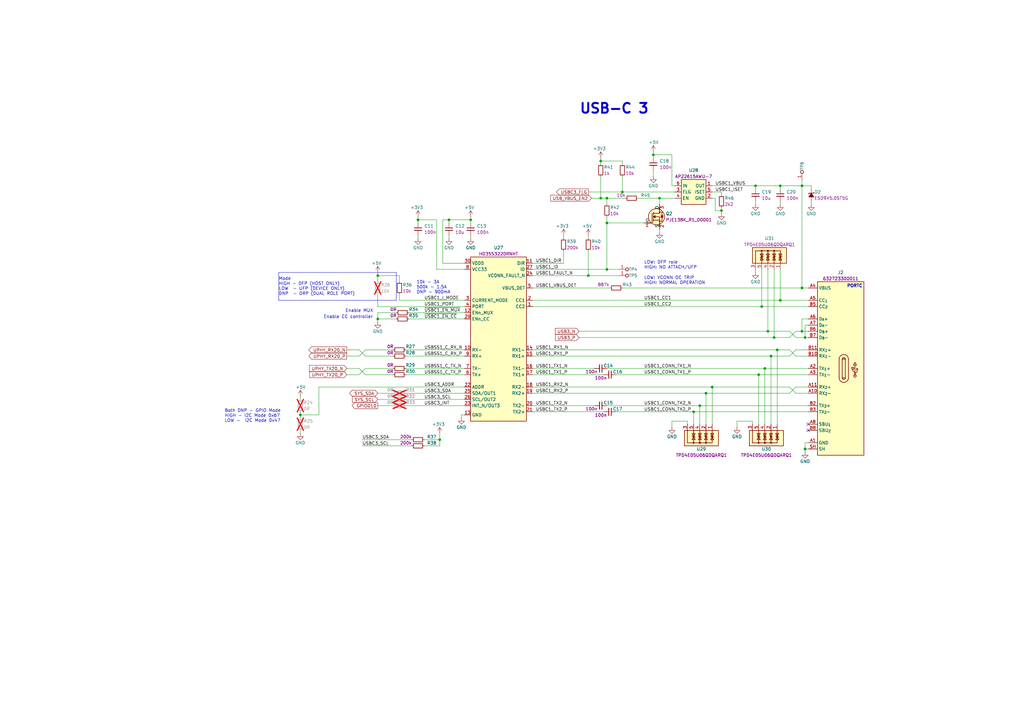
<source format=kicad_sch>
(kicad_sch (version 20250114) (generator "eeschema") (generator_version "9.0")
  (paper "A3")
  (title_block (title "Jetson Orin Baseboard") (date "2025-03-12") (rev "1.3.4") (company "Antmicro Ltd") (comment 1 "www.antmicro.com"))
  (text "Mode\nHIGH - DFP (HOST ONLY)\nLOW  - UFP (DEVICE ONLY)\nDNP  - DRP (DUAL ROLE PORT)\n" (at 114.3 121.285 0) (effects (font (size 1.27 1.27)) (justify left bottom)))
  (text "LOW: VCONN OC TRIP \nHIGH: NORMAL OPERATION" (at 264.16 116.84 0) (effects (font (size 1.27 1.27)) (justify left bottom)))
  (text "PORTC" (at 347.345 118.11 0) (effects (font (size 1.27 1.27) (thickness 0.254) (bold yes)) (justify left bottom)))
  (text "10k - 3A\n500k - 1.5A\nDNP - 900mA" (at 170.815 120.65 0) (effects (font (size 1.27 1.27)) (justify left bottom)))
  (text "Enable MUX" (at 141.605 128.27 0) (effects (font (size 1.27 1.27)) (justify left bottom)))
  (text "Both DNP - GPIO Mode\nHIGH - I2C Mode 0x67\nLOW -  I2C Mode 0x47" (at 92.075 173.355 0) (effects (font (size 1.27 1.27)) (justify left bottom)))
  (text "LOW: DFP role \nHIGH: NO ATTACH/UFP" (at 264.16 110.49 0) (effects (font (size 1.27 1.27)) (justify left bottom)))
  (text "USB-C 3" (at 237.49 46.99 0) (effects (font (size 4 4) (thickness 0.8) (bold yes)) (justify left bottom)))
  (text "Enable CC controller" (at 132.715 130.81 0) (effects (font (size 1.27 1.27)) (justify left bottom)))
  (junction (at 289.56 161.29))
  (junction (at 328.93 118.11))
  (junction (at 184.15 90.17))
  (junction (at 330.2 138.43))
  (junction (at 328.93 135.89))
  (junction (at 318.77 143.51))
  (junction (at 311.15 153.67))
  (junction (at 295.91 86.36))
  (junction (at 171.45 90.17))
  (junction (at 287.02 166.37))
  (junction (at 246.38 81.28))
  (junction (at 316.23 146.05))
  (junction (at 248.92 81.28))
  (junction (at 328.93 76.2))
  (junction (at 154.94 130.81))
  (junction (at 154.94 113.03))
  (junction (at 317.5 138.43))
  (junction (at 320.04 123.19))
  (junction (at 123.19 170.18))
  (junction (at 309.88 76.2))
  (junction (at 241.3 113.03))
  (junction (at 267.97 63.5))
  (junction (at 255.27 78.74))
  (junction (at 246.38 66.04))
  (junction (at 312.42 125.73))
  (junction (at 313.69 151.13))
  (junction (at 314.96 135.89))
  (junction (at 193.04 90.17))
  (junction (at 248.92 110.49))
  (junction (at 330.2 184.15))
  (junction (at 284.48 168.91))
  (junction (at 180.34 180.34))
  (junction (at 248.92 91.44))
  (junction (at 320.04 76.2))
  (junction (at 292.1 158.75))
  (junction (at 270.51 81.28))
  (no_connect (at 331.47 176.53))
  (no_connect (at 331.47 173.99))
  (wire (pts (xy 154.94 130.81) (xy 162.56 130.81)))
  (wire (pts (xy 281.94 172.72) (xy 281.94 173.99)))
  (wire (pts (xy 255.27 78.74) (xy 276.86 78.74)))
  (wire (pts (xy 171.45 90.17) (xy 171.45 91.44)))
  (wire (pts (xy 328.93 135.89) (xy 331.47 135.89)))
  (wire (pts (xy 267.97 69.85) (xy 267.97 72.39)))
  (wire (pts (xy 328.93 76.2) (xy 328.93 118.11)))
  (wire (pts (xy 292.1 158.75) (xy 292.1 173.99)))
  (wire (pts (xy 218.44 166.37) (xy 243.84 166.37)))
  (wire (pts (xy 275.59 175.26) (xy 275.59 172.72)))
  (wire (pts (xy 326.39 158.75) (xy 331.47 158.75)))
  (wire (pts (xy 237.49 135.89) (xy 314.96 135.89)))
  (wire (pts (xy 166.37 161.29) (xy 190.5 161.29)))
  (wire (pts (xy 330.2 133.35) (xy 330.2 138.43)))
  (wire (pts (xy 326.39 143.51) (xy 331.47 143.51)))
  (wire (pts (xy 323.85 135.89) (xy 326.39 138.43)))
  (wire (pts (xy 309.88 82.55) (xy 309.88 83.82)))
  (wire (pts (xy 181.61 107.95) (xy 181.61 90.17)))
  (wire (pts (xy 330.2 138.43) (xy 331.47 138.43)))
  (wire (pts (xy 320.04 82.55) (xy 320.04 83.82)))
  (wire (pts (xy 326.39 146.05) (xy 331.47 146.05)))
  (wire (pts (xy 275.59 76.2) (xy 276.86 76.2)))
  (wire (pts (xy 246.38 72.39) (xy 246.38 81.28)))
  (wire (pts (xy 218.44 107.95) (xy 231.14 107.95)))
  (wire (pts (xy 248.92 91.44) (xy 248.92 110.49)))
  (wire (pts (xy 241.3 113.03) (xy 254 113.03)))
  (wire (pts (xy 142.24 153.67) (xy 147.32 153.67)))
  (wire (pts (xy 190.5 123.19) (xy 163.83 123.19)))
  (wire (pts (xy 323.85 138.43) (xy 326.39 135.89)))
  (wire (pts (xy 318.77 143.51) (xy 323.85 143.51)))
  (wire (pts (xy 154.94 166.37) (xy 161.29 166.37)))
  (wire (pts (xy 248.92 110.49) (xy 254 110.49)))
  (wire (pts (xy 218.44 153.67) (xy 247.65 153.67)))
  (wire (pts (xy 292.1 81.28) (xy 293.37 81.28)))
  (wire (pts (xy 316.23 146.05) (xy 323.85 146.05)))
  (wire (pts (xy 270.51 81.28) (xy 276.86 81.28)))
  (wire (pts (xy 326.39 138.43) (xy 330.2 138.43)))
  (wire (pts (xy 218.44 123.19) (xy 320.04 123.19)))
  (wire (pts (xy 284.48 168.91) (xy 284.48 173.99)))
  (wire (pts (xy 252.73 168.91) (xy 284.48 168.91)))
  (wire (pts (xy 267.97 63.5) (xy 275.59 63.5)))
  (wire (pts (xy 154.94 161.29) (xy 161.29 161.29)))
  (wire (pts (xy 248.92 166.37) (xy 287.02 166.37)))
  (wire (pts (xy 314.96 110.49) (xy 314.96 135.89)))
  (wire (pts (xy 166.37 151.13) (xy 190.5 151.13)))
  (wire (pts (xy 184.15 96.52) (xy 184.15 97.79)))
  (wire (pts (xy 190.5 107.95) (xy 181.61 107.95)))
  (wire (pts (xy 218.44 158.75) (xy 292.1 158.75)))
  (wire (pts (xy 218.44 110.49) (xy 248.92 110.49)))
  (wire (pts (xy 328.93 130.81) (xy 328.93 135.89)))
  (wire (pts (xy 180.34 177.8) (xy 180.34 180.34)))
  (wire (pts (xy 180.34 182.88) (xy 180.34 180.34)))
  (wire (pts (xy 326.39 135.89) (xy 328.93 135.89)))
  (wire (pts (xy 147.32 151.13) (xy 149.86 153.67)))
  (wire (pts (xy 154.94 120.65) (xy 154.94 125.73)))
  (wire (pts (xy 312.42 125.73) (xy 331.47 125.73)))
  (wire (pts (xy 331.47 133.35) (xy 330.2 133.35)))
  (wire (pts (xy 246.38 81.28) (xy 248.92 81.28)))
  (wire (pts (xy 167.64 128.27) (xy 190.5 128.27)))
  (wire (pts (xy 248.92 88.9) (xy 248.92 91.44)))
  (wire (pts (xy 330.2 185.42) (xy 330.2 184.15)))
  (wire (pts (xy 328.93 73.66) (xy 328.93 76.2)))
  (wire (pts (xy 323.85 146.05) (xy 326.39 143.51)))
  (wire (pts (xy 320.04 123.19) (xy 331.47 123.19)))
  (wire (pts (xy 317.5 110.49) (xy 317.5 138.43)))
  (wire (pts (xy 246.38 66.04) (xy 246.38 67.31)))
  (wire (pts (xy 154.94 130.81) (xy 154.94 132.08)))
  (wire (pts (xy 147.32 143.51) (xy 149.86 146.05)))
  (wire (pts (xy 295.91 86.36) (xy 293.37 86.36)))
  (wire (pts (xy 142.24 146.05) (xy 147.32 146.05)))
  (wire (pts (xy 193.04 96.52) (xy 193.04 97.79)))
  (wire (pts (xy 166.37 143.51) (xy 190.5 143.51)))
  (wire (pts (xy 312.42 110.49) (xy 312.42 125.73)))
  (wire (pts (xy 318.77 143.51) (xy 318.77 173.99)))
  (wire (pts (xy 255.27 72.39) (xy 255.27 78.74)))
  (wire (pts (xy 287.02 166.37) (xy 287.02 173.99)))
  (wire (pts (xy 123.19 176.53) (xy 123.19 177.8)))
  (wire (pts (xy 330.2 184.15) (xy 330.2 181.61)))
  (wire (pts (xy 320.04 110.49) (xy 320.04 123.19)))
  (wire (pts (xy 292.1 76.2) (xy 309.88 76.2)))
  (wire (pts (xy 313.69 151.13) (xy 313.69 173.99)))
  (wire (pts (xy 179.07 90.17) (xy 171.45 90.17)))
  (wire (pts (xy 328.93 76.2) (xy 332.74 76.2)))
  (wire (pts (xy 270.51 81.28) (xy 270.51 83.82)))
  (wire (pts (xy 218.44 151.13) (xy 243.84 151.13)))
  (wire (pts (xy 147.32 143.51) (xy 142.24 143.51)))
  (wire (pts (xy 218.44 118.11) (xy 250.19 118.11)))
  (wire (pts (xy 193.04 88.9) (xy 193.04 90.17)))
  (wire (pts (xy 248.92 81.28) (xy 256.54 81.28)))
  (wire (pts (xy 246.38 66.04) (xy 255.27 66.04)))
  (wire (pts (xy 309.88 76.2) (xy 320.04 76.2)))
  (wire (pts (xy 255.27 66.04) (xy 255.27 67.31)))
  (wire (pts (xy 149.86 143.51) (xy 161.29 143.51)))
  (wire (pts (xy 154.94 111.76) (xy 154.94 113.03)))
  (wire (pts (xy 309.88 110.49) (xy 309.88 111.76)))
  (wire (pts (xy 314.96 135.89) (xy 323.85 135.89)))
  (wire (pts (xy 181.61 90.17) (xy 184.15 90.17)))
  (wire (pts (xy 147.32 151.13) (xy 142.24 151.13)))
  (wire (pts (xy 316.23 146.05) (xy 316.23 173.99)))
  (wire (pts (xy 190.5 125.73) (xy 154.94 125.73)))
  (wire (pts (xy 323.85 158.75) (xy 326.39 161.29)))
  (wire (pts (xy 123.19 170.18) (xy 123.19 171.45)))
  (polyline (pts (xy 114.3 123.19) (xy 162.56 123.19)))
  (wire (pts (xy 242.57 81.28) (xy 246.38 81.28)))
  (wire (pts (xy 317.5 138.43) (xy 323.85 138.43)))
  (wire (pts (xy 289.56 161.29) (xy 289.56 173.99)))
  (wire (pts (xy 149.86 151.13) (xy 147.32 153.67)))
  (wire (pts (xy 231.14 96.52) (xy 231.14 97.79)))
  (wire (pts (xy 313.69 151.13) (xy 331.47 151.13)))
  (wire (pts (xy 189.23 171.45) (xy 189.23 170.18)))
  (wire (pts (xy 241.3 96.52) (xy 241.3 97.79)))
  (wire (pts (xy 248.92 81.28) (xy 248.92 83.82)))
  (wire (pts (xy 154.94 113.03) (xy 154.94 115.57)))
  (wire (pts (xy 302.26 172.72) (xy 308.61 172.72)))
  (wire (pts (xy 248.92 91.44) (xy 264.16 91.44)))
  (wire (pts (xy 166.37 153.67) (xy 190.5 153.67)))
  (wire (pts (xy 218.44 125.73) (xy 312.42 125.73)))
  (wire (pts (xy 311.15 153.67) (xy 311.15 173.99)))
  (wire (pts (xy 284.48 168.91) (xy 331.47 168.91)))
  (wire (pts (xy 308.61 172.72) (xy 308.61 173.99)))
  (wire (pts (xy 154.94 163.83) (xy 161.29 163.83)))
  (wire (pts (xy 184.15 90.17) (xy 193.04 90.17)))
  (wire (pts (xy 123.19 170.18) (xy 130.81 170.18)))
  (wire (pts (xy 287.02 166.37) (xy 331.47 166.37)))
  (wire (pts (xy 261.62 81.28) (xy 270.51 81.28)))
  (wire (pts (xy 323.85 143.51) (xy 326.39 146.05)))
  (wire (pts (xy 167.64 130.81) (xy 190.5 130.81)))
  (wire (pts (xy 332.74 82.55) (xy 332.74 83.82)))
  (wire (pts (xy 326.39 161.29) (xy 331.47 161.29)))
  (wire (pts (xy 332.74 77.47) (xy 332.74 76.2)))
  (wire (pts (xy 173.99 180.34) (xy 180.34 180.34)))
  (wire (pts (xy 179.07 110.49) (xy 179.07 90.17)))
  (wire (pts (xy 241.3 102.87) (xy 241.3 113.03)))
  (wire (pts (xy 166.37 163.83) (xy 190.5 163.83)))
  (wire (pts (xy 149.86 146.05) (xy 161.29 146.05)))
  (wire (pts (xy 248.92 151.13) (xy 313.69 151.13)))
  (wire (pts (xy 166.37 166.37) (xy 190.5 166.37)))
  (wire (pts (xy 154.94 113.03) (xy 163.83 113.03)))
  (wire (pts (xy 231.14 102.87) (xy 231.14 107.95)))
  (wire (pts (xy 190.5 110.49) (xy 179.07 110.49)))
  (wire (pts (xy 252.73 153.67) (xy 311.15 153.67)))
  (wire (pts (xy 218.44 161.29) (xy 289.56 161.29)))
  (wire (pts (xy 171.45 88.9) (xy 171.45 90.17)))
  (wire (pts (xy 267.97 63.5) (xy 267.97 64.77)))
  (wire (pts (xy 154.94 128.27) (xy 154.94 130.81)))
  (wire (pts (xy 295.91 86.36) (xy 295.91 87.63)))
  (wire (pts (xy 320.04 76.2) (xy 328.93 76.2)))
  (wire (pts (xy 267.97 62.23) (xy 267.97 63.5)))
  (wire (pts (xy 293.37 81.28) (xy 293.37 86.36)))
  (wire (pts (xy 166.37 146.05) (xy 190.5 146.05)))
  (wire (pts (xy 330.2 181.61) (xy 331.47 181.61)))
  (polyline (pts (xy 162.56 123.19) (xy 162.56 111.76)))
  (wire (pts (xy 275.59 76.2) (xy 275.59 63.5)))
  (wire (pts (xy 309.88 76.2) (xy 309.88 77.47)))
  (wire (pts (xy 292.1 158.75) (xy 323.85 158.75)))
  (wire (pts (xy 330.2 184.15) (xy 331.47 184.15)))
  (wire (pts (xy 163.83 120.65) (xy 163.83 123.19)))
  (wire (pts (xy 130.81 158.75) (xy 130.81 170.18)))
  (wire (pts (xy 218.44 168.91) (xy 247.65 168.91)))
  (wire (pts (xy 320.04 76.2) (xy 320.04 77.47)))
  (wire (pts (xy 163.83 113.03) (xy 163.83 115.57)))
  (wire (pts (xy 193.04 90.17) (xy 193.04 91.44)))
  (wire (pts (xy 241.3 78.74) (xy 255.27 78.74)))
  (wire (pts (xy 302.26 175.26) (xy 302.26 172.72)))
  (wire (pts (xy 255.27 118.11) (xy 328.93 118.11)))
  (wire (pts (xy 218.44 146.05) (xy 316.23 146.05)))
  (wire (pts (xy 149.86 151.13) (xy 161.29 151.13)))
  (polyline (pts (xy 114.3 111.76) (xy 114.3 123.19)))
  (wire (pts (xy 218.44 143.51) (xy 318.77 143.51)))
  (wire (pts (xy 331.47 130.81) (xy 328.93 130.81)))
  (polyline (pts (xy 114.3 111.76) (xy 162.56 111.76)))
  (wire (pts (xy 148.59 182.88) (xy 168.91 182.88)))
  (wire (pts (xy 218.44 113.03) (xy 241.3 113.03)))
  (wire (pts (xy 148.59 180.34) (xy 168.91 180.34)))
  (wire (pts (xy 173.99 182.88) (xy 180.34 182.88)))
  (wire (pts (xy 295.91 85.09) (xy 295.91 86.36)))
  (wire (pts (xy 311.15 153.67) (xy 331.47 153.67)))
  (wire (pts (xy 323.85 161.29) (xy 326.39 158.75)))
  (wire (pts (xy 149.86 143.51) (xy 147.32 146.05)))
  (wire (pts (xy 149.86 153.67) (xy 161.29 153.67)))
  (wire (pts (xy 246.38 64.77) (xy 246.38 66.04)))
  (wire (pts (xy 123.19 162.56) (xy 123.19 163.83)))
  (wire (pts (xy 189.23 170.18) (xy 190.5 170.18)))
  (wire (pts (xy 154.94 128.27) (xy 162.56 128.27)))
  (wire (pts (xy 123.19 168.91) (xy 123.19 170.18)))
  (wire (pts (xy 275.59 172.72) (xy 281.94 172.72)))
  (wire (pts (xy 295.91 78.74) (xy 295.91 80.01)))
  (wire (pts (xy 184.15 90.17) (xy 184.15 91.44)))
  (wire (pts (xy 292.1 78.74) (xy 295.91 78.74)))
  (wire (pts (xy 289.56 161.29) (xy 323.85 161.29)))
  (wire (pts (xy 270.51 93.98) (xy 270.51 95.25)))
  (wire (pts (xy 328.93 118.11) (xy 331.47 118.11)))
  (wire (pts (xy 237.49 138.43) (xy 317.5 138.43)))
  (wire (pts (xy 130.81 158.75) (xy 190.5 158.75)))
  (wire (pts (xy 171.45 96.52) (xy 171.45 97.79)))
  (label "USBC1_TX1_P" (at 219.71 153.67 0))
  (label "USBC1_FAULT_N" (at 219.71 113.03 0))
  (label "USBC1_TX2_P" (at 219.71 168.91 0))
  (label "USBSS1_C_TX_N" (at 173.99 151.13 0))
  (label "USBC1_PORT" (at 173.99 125.73 0))
  (label "USBC1_I_MODE" (at 173.99 123.19 0))
  (label "USBC3_SDA" (at 148.59 180.34 0))
  (label "USBC1_VBUS" (at 293.37 76.2 0))
  (label "USBC1_CONN_TX1_P" (at 264.16 153.67 0))
  (label "USBC3_SDA" (at 173.99 161.29 0))
  (label "USBC1_RX1_P" (at 219.71 146.05 0))
  (label "USBC1_CONN_TX1_N" (at 264.16 151.13 0))
  (label "USBC1_RX2_N" (at 219.71 158.75 0))
  (label "USBC1_CONN_TX2_P" (at 264.16 168.91 0))
  (label "USBC1_ID" (at 219.71 110.49 0))
  (label "USBC3_SCL" (at 148.59 182.88 0))
  (label "~{USBC1_EN_MUX}" (at 173.99 128.27 0))
  (label "USBSS1_C_RX_P" (at 173.99 146.05 0))
  (label "USBC3_ADDR" (at 173.99 158.75 0))
  (label "USBSS1_C_TX_P" (at 173.99 153.67 0))
  (label "USBC3_INT" (at 173.99 166.37 0))
  (label "USBC1_CONN_TX2_N" (at 264.16 166.37 0))
  (label "USBC1_ISET" (at 293.37 78.74 0))
  (label "USBC1_CC1" (at 264.16 123.19 0))
  (label "USBC1_TX2_N" (at 219.71 166.37 0))
  (label "USBC1_DIR" (at 219.71 107.95 0))
  (label "USBC1_RX1_N" (at 219.71 143.51 0))
  (label "USBC1_TX1_N" (at 219.71 151.13 0))
  (label "USBC1_CC2" (at 264.16 125.73 0))
  (label "USBC1_RX2_P" (at 219.71 161.29 0))
  (label "~{USBC1_EN_CC}" (at 173.99 130.81 0))
  (label "USBC3_SCL" (at 173.99 163.83 0))
  (label "USBC1_VBUS_DET" (at 219.71 118.11 0))
  (label "USBSS1_C_RX_N" (at 173.99 143.51 0))
  (global_label "UPHY_TX20_N" (shape input) (at 142.24 151.13 180) (property "Intersheetrefs" "${INTERSHEET_REFS}" (effects (hide yes))))
  (global_label "UPHY_RX20_P" (shape output) (at 142.24 146.05 180) (property "Intersheetrefs" "${INTERSHEET_REFS}" (effects (hide yes))))
  (global_label "SYS_SDA" (shape bidirectional) (at 154.94 161.29 180) (property "Intersheetrefs" "${INTERSHEET_REFS}" (effects (hide yes))))
  (global_label "GPIO010" (shape output) (at 154.94 166.37 180) (property "Intersheetrefs" "${INTERSHEET_REFS}" (effects (hide yes))))
  (global_label "USB3_P" (shape input) (at 237.49 138.43 180) (property "Intersheetrefs" "${INTERSHEET_REFS}" (effects (hide yes))))
  (global_label "SYS_SCL" (shape input) (at 154.94 163.83 180) (property "Intersheetrefs" "${INTERSHEET_REFS}" (effects (hide yes))))
  (global_label "USB3_N" (shape input) (at 237.49 135.89 180) (property "Intersheetrefs" "${INTERSHEET_REFS}" (effects (hide yes))))
  (global_label "UPHY_TX20_P" (shape input) (at 142.24 153.67 180) (property "Intersheetrefs" "${INTERSHEET_REFS}" (effects (hide yes))))
  (global_label "USB_VBUS_EN2" (shape input) (at 242.57 81.28 180) (property "Intersheetrefs" "${INTERSHEET_REFS}" (effects (hide yes))))
  (global_label "UPHY_RX20_N" (shape output) (at 142.24 143.51 180) (property "Intersheetrefs" "${INTERSHEET_REFS}" (effects (hide yes))))
  (global_label "USBC3_FLG" (shape output) (at 241.3 78.74 180) (property "Intersheetrefs" "${INTERSHEET_REFS}" (effects (hide yes))))
  (symbol (lib_name "R_0R_0402_11") (lib_id "antmicroResistors0402:R_0R_0402") (at 161.29 161.29 0) (unit 1) (in_bom no) (dnp yes)
    (property "Reference" "R31" (at 166.37 160.655 0) (effects (justify left bottom)))
    (property "Value" "R_0R_0402" (effects (hide yes)))
    (property "Footprint" "antmicro-footprints:R_0402_1005Metric" (effects (hide yes)))
    (property "Datasheet" "https://industrial.panasonic.com/cdbs/www-data/pdf/RDA0000/AOA0000C301.pdf" (effects (hide yes)))
    (property "Manufacturer" "Panasonic" (effects (hide yes)))
    (property "MPN" "ERJ2GE0R00X" (effects (hide yes)))
    (property "Val" "0R" (at 158.75 160.655 0) (effects (justify left bottom)))
    (property "License" "Apache-2.0" (effects (hide yes)))
    (property "Author" "Antmicro" (effects (hide yes)))
    (property "Current" "1A" (effects (hide yes)))
  )
  (symbol (lib_name "+5V_1") (lib_id "antmicropower:+5V") (at 154.94 111.76 0) (unit 1)
    (property "Reference" "#PWR028" (effects (hide yes)))
    (property "Value" "+5V" (at 152.4 107.95 0) (effects (justify left)))
    (property "Author" "Antmicro" (effects (hide yes)))
    (property "License" "Apache-2.0" (effects (hide yes)))
  )
  (symbol (lib_id "antmicropower:+5V") (at 241.3 96.52 0) (mirror y) (unit 1)
    (property "Reference" "#PWR038" (effects (hide yes)))
    (property "Value" "+5V" (at 238.76 92.71 0) (effects (justify right)))
    (property "Author" "Antmicro" (effects (hide yes)))
    (property "License" "Apache-2.0" (effects (hide yes)))
  )
  (symbol (lib_id "antmicroCapacitors0402:C_100n_0402") (at 248.92 166.37 180) (unit 1)
    (property "Reference" "C15" (at 251.46 164.465 0) (effects (justify left bottom)))
    (property "Value" "C_100n_0402" (effects (hide yes)))
    (property "Footprint" "antmicro-footprints:C_0402_1005Metric" (effects (hide yes)))
    (property "Datasheet" "https://www.murata.com/products/productdetail?partno=GRM155R61H104KE14%23" (effects (hide yes)))
    (property "Manufacturer" "Murata" (effects (hide yes)))
    (property "MPN" "GRM155R61H104KE14D" (effects (hide yes)))
    (property "Val" "100n" (at 245.11 167.005 0) (effects (justify left bottom)))
    (property "License" "Apache-2.0" (effects (hide yes)))
    (property "Author" "Antmicro" (effects (hide yes)))
    (property "Voltage" "50V" (effects (hide yes)))
    (property "Dielectric" "X5R" (effects (hide yes)))
  )
  (symbol (lib_id "antmicroResistors0402:R_200k_0402") (at 231.14 102.87 90) (unit 1)
    (property "Reference" "R39" (at 232.41 99.06 90) (effects (justify right)))
    (property "Value" "R_200k_0402" (effects (hide yes)))
    (property "Footprint" "antmicro-footprints:R_0402_1005Metric" (effects (hide yes)))
    (property "Datasheet" "https://www.bourns.com/docs/product-datasheets/cr.pdf" (effects (hide yes)))
    (property "Manufacturer" "Bourns" (effects (hide yes)))
    (property "MPN" "CR0402-FX-2003GLF" (effects (hide yes)))
    (property "Val" "200k" (at 232.41 101.6 90) (effects (justify right)))
    (property "License" "Apache-2.0" (effects (hide yes)))
    (property "Author" "Antmicro" (effects (hide yes)))
    (property "Tolerance" "1%" (effects (hide yes)))
  )
  (symbol (lib_id "antmicroTestPoints:TP_0.75mm_SMD") (at 254 113.03 0) (unit 1) (in_bom no)
    (property "Reference" "TP5" (at 257.81 113.03 0) (effects (justify left)))
    (property "Value" "TP_0.75mm_SMD" (effects (hide yes)))
    (property "Footprint" "antmicro-footprints:TP_SMD_0.75mm" (effects (hide yes)))
    (property "Author" "Antmicro" (effects (hide yes)))
    (property "License" "Apache-2.0" (effects (hide yes)))
  )
  (symbol (lib_name "R_0R_0402_2") (lib_id "antmicroResistors0402:R_0R_0402") (at 161.29 153.67 0) (unit 1)
    (property "Reference" "R30" (at 166.37 153.035 0) (effects (justify left bottom)))
    (property "Value" "R_0R_0402" (effects (hide yes)))
    (property "Footprint" "antmicro-footprints:R_0402_1005Metric" (effects (hide yes)))
    (property "Datasheet" "https://industrial.panasonic.com/cdbs/www-data/pdf/RDA0000/AOA0000C301.pdf" (effects (hide yes)))
    (property "Manufacturer" "Panasonic" (effects (hide yes)))
    (property "MPN" "ERJ2GE0R00X" (effects (hide yes)))
    (property "Val" "0R" (at 158.75 153.035 0) (effects (justify left bottom)))
    (property "License" "Apache-2.0" (effects (hide yes)))
    (property "Author" "Antmicro" (effects (hide yes)))
    (property "Current" "1A" (effects (hide yes)))
  )
  (symbol (lib_name "R_200k_0402_1") (lib_id "antmicroResistors0402:R_200k_0402") (at 173.99 180.34 180) (unit 1)
    (property "Reference" "R37" (at 179.07 178.435 0) (effects (justify left bottom)))
    (property "Value" "R_200k_0402" (effects (hide yes)))
    (property "Footprint" "antmicro-footprints:R_0402_1005Metric" (effects (hide yes)))
    (property "Datasheet" "https://www.bourns.com/docs/product-datasheets/cr.pdf" (effects (hide yes)))
    (property "Manufacturer" "Bourns" (effects (hide yes)))
    (property "MPN" "CR0402-FX-2003GLF" (effects (hide yes)))
    (property "Val" "200k" (at 168.91 178.435 0) (effects (justify left bottom)))
    (property "License" "Apache-2.0" (effects (hide yes)))
    (property "Author" "Antmicro" (effects (hide yes)))
    (property "Tolerance" "1%" (effects (hide yes)))
  )
  (symbol (lib_id "antmicroTVSDiodes:TPD4E05U06QDQARQ1") (at 320.04 110.49 270) (mirror x) (unit 1)
    (property "Reference" "U31" (at 315.595 97.79 90))
    (property "Value" "TPD4E05U06QDQARQ1" (effects (hide yes)))
    (property "Footprint" "antmicro-footprints:USON-10_2.5x1mm_P0.5mm" (effects (hide yes)))
    (property "Datasheet" "https://www.ti.com/lit/ds/symlink/tpd4e05u06-q1.pdf?HQS=dis-mous-null-mousermode-dsf-pf-null-wwe&ts=1663591265741&ref_url=https%253A%252F%252Fwww.mouser.com%252F" (effects (hide yes)))
    (property "Manufacturer" "Texas Instruments" (effects (hide yes)))
    (property "MPN" "TPD4E05U06QDQARQ1" (at 315.595 100.33 90))
    (property "Author" "Antmicro" (effects (hide yes)))
    (property "License" "Apache-2.0" (effects (hide yes)))
  )
  (symbol (lib_name "GND_3") (lib_id "antmicropower:GND") (at 154.94 132.08 0) (unit 1)
    (property "Reference" "#PWR029" (effects (hide yes)))
    (property "Value" "GND" (at 154.94 135.89 0))
    (property "Author" "Antmicro" (effects (hide yes)))
    (property "License" "Apache-2.0" (effects (hide yes)))
  )
  (symbol (lib_name "GND_3") (lib_id "antmicropower:GND") (at 171.45 97.79 0) (unit 1)
    (property "Reference" "#PWR031" (effects (hide yes)))
    (property "Value" "GND" (at 171.45 101.6 0))
    (property "Author" "Antmicro" (effects (hide yes)))
    (property "License" "Apache-2.0" (effects (hide yes)))
  )
  (symbol (lib_name "R_0R_0402_5") (lib_id "antmicroResistors0402:R_0R_0402") (at 161.29 163.83 0) (unit 1) (in_bom no) (dnp yes)
    (property "Reference" "R32" (at 166.37 163.195 0) (effects (justify left bottom)))
    (property "Value" "R_0R_0402" (effects (hide yes)))
    (property "Footprint" "antmicro-footprints:R_0402_1005Metric" (effects (hide yes)))
    (property "Datasheet" "https://industrial.panasonic.com/cdbs/www-data/pdf/RDA0000/AOA0000C301.pdf" (effects (hide yes)))
    (property "Manufacturer" "Panasonic" (effects (hide yes)))
    (property "MPN" "ERJ2GE0R00X" (effects (hide yes)))
    (property "Val" "0R" (at 158.75 163.195 0) (effects (justify left bottom)))
    (property "License" "Apache-2.0" (effects (hide yes)))
    (property "Author" "Antmicro" (effects (hide yes)))
    (property "Current" "1A" (effects (hide yes)))
  )
  (symbol (lib_id "antmicroTVSDiodes:TPD4E05U06QDQARQ1") (at 292.1 173.99 270) (unit 1)
    (property "Reference" "U29" (at 287.655 184.15 90))
    (property "Value" "TPD4E05U06QDQARQ1" (effects (hide yes)))
    (property "Footprint" "antmicro-footprints:USON-10_2.5x1mm_P0.5mm" (effects (hide yes)))
    (property "Datasheet" "https://www.ti.com/lit/ds/symlink/tpd4e05u06-q1.pdf?HQS=dis-mous-null-mousermode-dsf-pf-null-wwe&ts=1663591265741&ref_url=https%253A%252F%252Fwww.mouser.com%252F" (effects (hide yes)))
    (property "Manufacturer" "Texas Instruments" (effects (hide yes)))
    (property "MPN" "TPD4E05U06QDQARQ1" (at 287.655 186.69 90))
    (property "Author" "Antmicro" (effects (hide yes)))
    (property "License" "Apache-2.0" (effects (hide yes)))
  )
  (symbol (lib_id "antmicroTransistorsFETsMOSFETsSingle:PJE138K") (at 264.16 91.44 0) (unit 1)
    (property "Reference" "Q2" (at 273.05 87.63 0) (effects (justify left)))
    (property "Value" "PJE138K" (effects (hide yes)))
    (property "Footprint" "antmicro-footprints:SOT-523" (effects (hide yes)))
    (property "Datasheet" "https://www.mouser.com/datasheet/2/1057/PJE138K-1876698.pdf" (effects (hide yes)))
    (property "MPN" "PJE138K_R1_00001" (at 273.05 90.17 0) (effects (justify left)))
    (property "Manufacturer" "PANJIT" (effects (hide yes)))
    (property "Author" "Antmicro" (effects (hide yes)))
    (property "License" "Apache-2.0" (effects (hide yes)))
  )
  (symbol (lib_name "+5V_2") (lib_id "antmicropower:+5V") (at 123.19 162.56 0) (unit 1)
    (property "Reference" "#PWR026" (effects (hide yes)))
    (property "Value" "+5V" (at 121.285 158.75 0) (effects (justify left)))
    (property "Author" "Antmicro" (effects (hide yes)))
    (property "License" "Apache-2.0" (effects (hide yes)))
  )
  (symbol (lib_id "antmicroTestPoints:TP_0.75mm_SMD") (at 254 110.49 0) (unit 1) (in_bom no)
    (property "Reference" "TP4" (at 257.81 110.49 0) (effects (justify left)))
    (property "Value" "TP_0.75mm_SMD" (effects (hide yes)))
    (property "Footprint" "antmicro-footprints:TP_SMD_0.75mm" (effects (hide yes)))
    (property "Author" "Antmicro" (effects (hide yes)))
    (property "License" "Apache-2.0" (effects (hide yes)))
  )
  (symbol (lib_id "antmicropower:+3V3") (at 231.14 96.52 0) (mirror y) (unit 1)
    (property "Reference" "#PWR037" (effects (hide yes)))
    (property "Value" "+3V3" (at 227.965 92.71 0) (effects (justify right)))
    (property "Author" "Antmicro" (effects (hide yes)))
    (property "License" "Apache-2.0" (effects (hide yes)))
  )
  (symbol (lib_id "antmicroResistors0402:R_10k_0402") (at 248.92 83.82 270) (unit 1)
    (property "Reference" "R42" (at 250.19 85.09 90) (effects (justify left)))
    (property "Value" "R_10k_0402" (effects (hide yes)))
    (property "Footprint" "antmicro-footprints:R_0402_1005Metric" (effects (hide yes)))
    (property "Datasheet" "https://www.bourns.com/docs/product-datasheets/cr.pdf" (effects (hide yes)))
    (property "Manufacturer" "Bourns" (effects (hide yes)))
    (property "MPN" "CR0402-FX-1002GLF" (effects (hide yes)))
    (property "Val" "10k" (at 250.19 87.63 90) (effects (justify left)))
    (property "License" "Apache-2.0" (effects (hide yes)))
    (property "Author" "Antmicro" (effects (hide yes)))
    (property "Tolerance" "1%" (effects (hide yes)))
  )
  (symbol (lib_name "R_0R_0402_7") (lib_id "antmicroResistors0402:R_0R_0402") (at 161.29 166.37 0) (unit 1) (in_bom no) (dnp yes)
    (property "Reference" "R33" (at 166.37 165.735 0) (effects (justify left bottom)))
    (property "Value" "R_0R_0402" (effects (hide yes)))
    (property "Footprint" "antmicro-footprints:R_0402_1005Metric" (effects (hide yes)))
    (property "Datasheet" "https://industrial.panasonic.com/cdbs/www-data/pdf/RDA0000/AOA0000C301.pdf" (effects (hide yes)))
    (property "Manufacturer" "Panasonic" (effects (hide yes)))
    (property "MPN" "ERJ2GE0R00X" (effects (hide yes)))
    (property "Val" "0R" (at 158.75 165.735 0) (effects (justify left bottom)))
    (property "License" "Apache-2.0" (effects (hide yes)))
    (property "Author" "Antmicro" (effects (hide yes)))
    (property "Current" "1A" (effects (hide yes)))
  )
  (symbol (lib_id "antmicroCapacitors0402:C_100n_0402") (at 248.92 151.13 180) (unit 1)
    (property "Reference" "C14" (at 251.46 149.225 0) (effects (justify left bottom)))
    (property "Value" "C_100n_0402" (effects (hide yes)))
    (property "Footprint" "antmicro-footprints:C_0402_1005Metric" (effects (hide yes)))
    (property "Datasheet" "https://www.murata.com/products/productdetail?partno=GRM155R61H104KE14%23" (effects (hide yes)))
    (property "Manufacturer" "Murata" (effects (hide yes)))
    (property "MPN" "GRM155R61H104KE14D" (effects (hide yes)))
    (property "Val" "100n" (at 245.11 151.765 0) (effects (justify left bottom)))
    (property "License" "Apache-2.0" (effects (hide yes)))
    (property "Author" "Antmicro" (effects (hide yes)))
    (property "Voltage" "50V" (effects (hide yes)))
    (property "Dielectric" "X5R" (effects (hide yes)))
  )
  (symbol (lib_name "R_200k_0402_2") (lib_id "antmicroResistors0402:R_200k_0402") (at 173.99 182.88 180) (unit 1)
    (property "Reference" "R38" (at 179.07 180.975 0) (effects (justify left bottom)))
    (property "Value" "R_200k_0402" (effects (hide yes)))
    (property "Footprint" "antmicro-footprints:R_0402_1005Metric" (effects (hide yes)))
    (property "Datasheet" "https://www.bourns.com/docs/product-datasheets/cr.pdf" (effects (hide yes)))
    (property "Manufacturer" "Bourns" (effects (hide yes)))
    (property "MPN" "CR0402-FX-2003GLF" (effects (hide yes)))
    (property "Val" "200k" (at 168.91 180.975 0) (effects (justify left bottom)))
    (property "License" "Apache-2.0" (effects (hide yes)))
    (property "Author" "Antmicro" (effects (hide yes)))
    (property "Tolerance" "1%" (effects (hide yes)))
  )
  (symbol (lib_id "antmicroCapacitors0603:C_10u_0603") (at 309.88 77.47 90) (mirror x) (unit 1)
    (property "Reference" "C19" (at 312.42 78.7463 90) (effects (justify right)))
    (property "Value" "C_10u_0603" (effects (hide yes)))
    (property "Footprint" "antmicro-footprints:C_0603_1608Metric" (effects (hide yes)))
    (property "Datasheet" "https://www.murata.com/products/productdetail?partno=GRM188R61A106KE69%23" (effects (hide yes)))
    (property "Manufacturer" "Murata" (effects (hide yes)))
    (property "MPN" "GRM188R61A106KE69D" (effects (hide yes)))
    (property "Val" "10u" (at 312.42 81.2863 90) (effects (justify right)))
    (property "License" "Apache-2.0" (effects (hide yes)))
    (property "Author" "Antmicro" (effects (hide yes)))
    (property "Dielectric" "template_dielectric" (effects (hide yes)))
  )
  (symbol (lib_name "GND_3") (lib_id "antmicropower:GND") (at 270.51 95.25 0) (unit 1)
    (property "Reference" "#PWR042" (effects (hide yes)))
    (property "Value" "GND" (at 270.51 99.06 0))
    (property "Author" "Antmicro" (effects (hide yes)))
    (property "License" "Apache-2.0" (effects (hide yes)))
  )
  (symbol (lib_name "R_0R_0402_10") (lib_id "antmicroResistors0402:R_0R_0402") (at 161.29 146.05 0) (unit 1)
    (property "Reference" "R28" (at 166.37 145.415 0) (effects (justify left bottom)))
    (property "Value" "R_0R_0402" (effects (hide yes)))
    (property "Footprint" "antmicro-footprints:R_0402_1005Metric" (effects (hide yes)))
    (property "Datasheet" "https://industrial.panasonic.com/cdbs/www-data/pdf/RDA0000/AOA0000C301.pdf" (effects (hide yes)))
    (property "Manufacturer" "Panasonic" (effects (hide yes)))
    (property "MPN" "ERJ2GE0R00X" (effects (hide yes)))
    (property "Val" "0R" (at 158.75 145.415 0) (effects (justify left bottom)))
    (property "License" "Apache-2.0" (effects (hide yes)))
    (property "Author" "Antmicro" (effects (hide yes)))
    (property "Current" "1A" (effects (hide yes)))
  )
  (symbol (lib_name "R_0R_0402_3") (lib_id "antmicroResistors0402:R_0R_0402") (at 162.56 130.81 0) (unit 1)
    (property "Reference" "R35" (at 167.64 130.175 0) (effects (justify left bottom)))
    (property "Value" "R_0R_0402" (effects (hide yes)))
    (property "Footprint" "antmicro-footprints:R_0402_1005Metric" (effects (hide yes)))
    (property "Datasheet" "https://industrial.panasonic.com/cdbs/www-data/pdf/RDA0000/AOA0000C301.pdf" (effects (hide yes)))
    (property "Manufacturer" "Panasonic" (effects (hide yes)))
    (property "MPN" "ERJ2GE0R00X" (effects (hide yes)))
    (property "Val" "0R" (at 160.02 130.175 0) (effects (justify left bottom)))
    (property "License" "Apache-2.0" (effects (hide yes)))
    (property "Author" "Antmicro" (effects (hide yes)))
    (property "Current" "1A" (effects (hide yes)))
  )
  (symbol (lib_name "GND_3") (lib_id "antmicropower:GND") (at 295.91 87.63 0) (unit 1)
    (property "Reference" "#PWR044" (effects (hide yes)))
    (property "Value" "GND" (at 295.91 91.44 0))
    (property "Author" "Antmicro" (effects (hide yes)))
    (property "License" "Apache-2.0" (effects (hide yes)))
  )
  (symbol (lib_id "antmicroInterfaceControllers:HD3SS3220RNH") (at 190.5 107.95 0) (unit 1)
    (property "Reference" "U27" (at 204.47 101.6 0))
    (property "Value" "HD3SS3220RNH" (effects (hide yes)))
    (property "Footprint" "antmicro-footprints:WQFN-30-1EP_4.6x2.6mm_P0.4mm" (effects (hide yes)))
    (property "Datasheet" "https://www.ti.com/lit/ds/symlink/hd3ss3220.pdf?ts=1663000043694&ref_url=https%253A%252F%252Fwww.google.com%252F" (effects (hide yes)))
    (property "Manufacturer" "Texas Instruments" (effects (hide yes)))
    (property "MPN" "HD3SS3220RNHT" (at 204.47 104.14 0))
    (property "Author" "Antmicro" (effects (hide yes)))
    (property "License" "Apache-2.0" (effects (hide yes)))
  )
  (symbol (lib_id "antmicroTestPoints:TP_0.75mm_SMD") (at 328.93 73.66 90) (unit 1) (in_bom no)
    (property "Reference" "TP6" (at 328.93 69.85 0) (effects (justify left)))
    (property "Value" "TP_0.75mm_SMD" (effects (hide yes)))
    (property "Footprint" "antmicro-footprints:TP_SMD_0.75mm" (effects (hide yes)))
    (property "Author" "Antmicro" (effects (hide yes)))
    (property "License" "Apache-2.0" (effects (hide yes)))
  )
  (symbol (lib_name "+3V3_1") (lib_id "antmicropower:+3V3") (at 180.34 177.8 0) (mirror y) (unit 1)
    (property "Reference" "#PWR032" (effects (hide yes)))
    (property "Value" "+3V3" (at 177.165 173.99 0) (effects (justify right)))
    (property "Author" "Antmicro" (effects (hide yes)))
    (property "License" "Apache-2.0" (effects (hide yes)))
  )
  (symbol (lib_id "antmicroResistors0402:R_10k_0402") (at 261.62 81.28 180) (unit 1)
    (property "Reference" "R45" (at 266.7 79.375 0) (effects (justify left bottom)))
    (property "Value" "R_10k_0402" (effects (hide yes)))
    (property "Footprint" "antmicro-footprints:R_0402_1005Metric" (effects (hide yes)))
    (property "Datasheet" "https://www.bourns.com/docs/product-datasheets/cr.pdf" (effects (hide yes)))
    (property "Manufacturer" "Bourns" (effects (hide yes)))
    (property "MPN" "CR0402-FX-1002GLF" (effects (hide yes)))
    (property "Val" "10k" (at 256.54 79.375 0) (effects (justify left bottom)))
    (property "License" "Apache-2.0" (effects (hide yes)))
    (property "Author" "Antmicro" (effects (hide yes)))
    (property "Tolerance" "1%" (effects (hide yes)))
  )
  (symbol (lib_name "R_0R_0402_6") (lib_id "antmicroResistors0402:R_0R_0402") (at 123.19 168.91 90) (unit 1) (in_bom no) (dnp yes)
    (property "Reference" "R24" (at 124.46 165.1 90) (effects (justify right)))
    (property "Value" "R_0R_0402" (effects (hide yes)))
    (property "Footprint" "antmicro-footprints:R_0402_1005Metric" (effects (hide yes)))
    (property "Datasheet" "https://industrial.panasonic.com/cdbs/www-data/pdf/RDA0000/AOA0000C301.pdf" (effects (hide yes)))
    (property "Manufacturer" "Panasonic" (effects (hide yes)))
    (property "MPN" "ERJ2GE0R00X" (effects (hide yes)))
    (property "Val" "0R" (at 124.46 167.64 90) (effects (justify right)))
    (property "License" "Apache-2.0" (effects (hide yes)))
    (property "Author" "Antmicro" (effects (hide yes)))
    (property "Current" "1A" (effects (hide yes)))
  )
  (symbol (lib_name "R_10k_0402_2") (lib_id "antmicroResistors0402:R_10k_0402") (at 154.94 115.57 270) (unit 1) (in_bom no) (dnp yes)
    (property "Reference" "R26" (at 156.21 116.84 90) (effects (justify left)))
    (property "Value" "R_10k_0402" (effects (hide yes)))
    (property "Footprint" "antmicro-footprints:R_0402_1005Metric" (effects (hide yes)))
    (property "Datasheet" "https://www.bourns.com/docs/product-datasheets/cr.pdf" (effects (hide yes)))
    (property "Manufacturer" "Bourns" (effects (hide yes)))
    (property "MPN" "CR0402-FX-1002GLF" (effects (hide yes)))
    (property "Val" "10k" (at 156.21 119.38 90) (effects (justify left)))
    (property "License" "Apache-2.0" (effects (hide yes)))
    (property "Author" "Antmicro" (effects (hide yes)))
    (property "Tolerance" "1%" (effects (hide yes)))
  )
  (symbol (lib_name "GND_3") (lib_id "antmicropower:GND") (at 320.04 83.82 0) (unit 1)
    (property "Reference" "#PWR048" (effects (hide yes)))
    (property "Value" "GND" (at 320.04 87.63 0))
    (property "Author" "Antmicro" (effects (hide yes)))
    (property "License" "Apache-2.0" (effects (hide yes)))
  )
  (symbol (lib_name "GND_3") (lib_id "antmicropower:GND") (at 275.59 175.26 0) (unit 1)
    (property "Reference" "#PWR043" (effects (hide yes)))
    (property "Value" "GND" (at 275.59 179.07 0))
    (property "Author" "Antmicro" (effects (hide yes)))
    (property "License" "Apache-2.0" (effects (hide yes)))
  )
  (symbol (lib_name "R_0R_0402_9") (lib_id "antmicroResistors0402:R_0R_0402") (at 162.56 128.27 0) (unit 1)
    (property "Reference" "R34" (at 167.64 127.635 0) (effects (justify left bottom)))
    (property "Value" "R_0R_0402" (effects (hide yes)))
    (property "Footprint" "antmicro-footprints:R_0402_1005Metric" (effects (hide yes)))
    (property "Datasheet" "https://industrial.panasonic.com/cdbs/www-data/pdf/RDA0000/AOA0000C301.pdf" (effects (hide yes)))
    (property "Manufacturer" "Panasonic" (effects (hide yes)))
    (property "MPN" "ERJ2GE0R00X" (effects (hide yes)))
    (property "Val" "0R" (at 160.02 127.635 0) (effects (justify left bottom)))
    (property "License" "Apache-2.0" (effects (hide yes)))
    (property "Author" "Antmicro" (effects (hide yes)))
    (property "Current" "1A" (effects (hide yes)))
  )
  (symbol (lib_name "GND_3") (lib_id "antmicropower:GND") (at 309.88 111.76 0) (unit 1)
    (property "Reference" "#PWR047" (effects (hide yes)))
    (property "Value" "GND" (at 309.88 115.57 0))
    (property "Author" "Antmicro" (effects (hide yes)))
    (property "License" "Apache-2.0" (effects (hide yes)))
  )
  (symbol (lib_name "C_100n_0402_2") (lib_id "antmicroCapacitors0402:C_100n_0402") (at 171.45 91.44 90) (mirror x) (unit 1)
    (property "Reference" "C11" (at 173.99 92.7163 90) (effects (justify right)))
    (property "Value" "C_100n_0402" (effects (hide yes)))
    (property "Footprint" "antmicro-footprints:C_0402_1005Metric" (effects (hide yes)))
    (property "Datasheet" "https://www.murata.com/products/productdetail?partno=GRM155R61H104KE14%23" (effects (hide yes)))
    (property "Manufacturer" "Murata" (effects (hide yes)))
    (property "MPN" "GRM155R61H104KE14D" (effects (hide yes)))
    (property "Val" "100n" (at 173.99 95.2563 90) (effects (justify right)))
    (property "License" "Apache-2.0" (effects (hide yes)))
    (property "Author" "Antmicro" (effects (hide yes)))
    (property "Voltage" "50V" (effects (hide yes)))
    (property "Dielectric" "X5R" (effects (hide yes)))
  )
  (symbol (lib_name "R_0R_0402_8") (lib_id "antmicroResistors0402:R_0R_0402") (at 161.29 143.51 0) (unit 1)
    (property "Reference" "R27" (at 166.37 142.875 0) (effects (justify left bottom)))
    (property "Value" "R_0R_0402" (effects (hide yes)))
    (property "Footprint" "antmicro-footprints:R_0402_1005Metric" (effects (hide yes)))
    (property "Datasheet" "https://industrial.panasonic.com/cdbs/www-data/pdf/RDA0000/AOA0000C301.pdf" (effects (hide yes)))
    (property "Manufacturer" "Panasonic" (effects (hide yes)))
    (property "MPN" "ERJ2GE0R00X" (effects (hide yes)))
    (property "Val" "0R" (at 158.75 142.875 0) (effects (justify left bottom)))
    (property "License" "Apache-2.0" (effects (hide yes)))
    (property "Author" "Antmicro" (effects (hide yes)))
    (property "Current" "1A" (effects (hide yes)))
  )
  (symbol (lib_name "GND_3") (lib_id "antmicropower:GND") (at 123.19 177.8 0) (unit 1)
    (property "Reference" "#PWR027" (effects (hide yes)))
    (property "Value" "GND" (at 123.19 181.61 0))
    (property "Author" "Antmicro" (effects (hide yes)))
    (property "License" "Apache-2.0" (effects (hide yes)))
  )
  (symbol (lib_id "antmicroCapacitors0402:C_100n_0402") (at 267.97 64.77 90) (mirror x) (unit 1)
    (property "Reference" "C18" (at 270.51 66.0463 90) (effects (justify right)))
    (property "Value" "C_100n_0402" (effects (hide yes)))
    (property "Footprint" "antmicro-footprints:C_0402_1005Metric" (effects (hide yes)))
    (property "Datasheet" "https://www.murata.com/products/productdetail?partno=GRM155R61H104KE14%23" (effects (hide yes)))
    (property "Manufacturer" "Murata" (effects (hide yes)))
    (property "MPN" "GRM155R61H104KE14D" (effects (hide yes)))
    (property "Val" "100n" (at 270.51 68.5863 90) (effects (justify right)))
    (property "License" "Apache-2.0" (effects (hide yes)))
    (property "Author" "Antmicro" (effects (hide yes)))
    (property "Voltage" "50V" (effects (hide yes)))
    (property "Dielectric" "X5R" (effects (hide yes)))
  )
  (symbol (lib_id "antmicroResistors0402:R_887k_0402") (at 250.19 118.11 0) (unit 1)
    (property "Reference" "R43" (at 255.27 117.475 0) (effects (justify left bottom)))
    (property "Value" "R_887k_0402" (effects (hide yes)))
    (property "Footprint" "antmicro-footprints:R_0402_1005Metric" (effects (hide yes)))
    (property "Datasheet" "https://eu.mouser.com/datasheet/2/315/AOA0000C304-1149620.pdf" (effects (hide yes)))
    (property "MPN" "ERJ-2RKF8873X" (effects (hide yes)))
    (property "Manufacturer" "Panasonic" (effects (hide yes)))
    (property "License" "Apache-2.0" (effects (hide yes)))
    (property "Author" "Antmicro" (effects (hide yes)))
    (property "Val" "887k" (at 245.11 117.475 0) (effects (justify left bottom)))
    (property "Tolerance" "1%" (effects (hide yes)))
  )
  (symbol (lib_name "GND_3") (lib_id "antmicropower:GND") (at 332.74 83.82 0) (unit 1)
    (property "Reference" "#PWR050" (effects (hide yes)))
    (property "Value" "GND" (at 332.74 87.63 0))
    (property "Author" "Antmicro" (effects (hide yes)))
    (property "License" "Apache-2.0" (effects (hide yes)))
  )
  (symbol (lib_id "antmicroCapacitors0402:C_100n_0402") (at 320.04 77.47 90) (mirror x) (unit 1)
    (property "Reference" "C20" (at 322.58 78.7463 90) (effects (justify right)))
    (property "Value" "C_100n_0402" (effects (hide yes)))
    (property "Footprint" "antmicro-footprints:C_0402_1005Metric" (effects (hide yes)))
    (property "Datasheet" "https://www.murata.com/products/productdetail?partno=GRM155R61H104KE14%23" (effects (hide yes)))
    (property "Manufacturer" "Murata" (effects (hide yes)))
    (property "MPN" "GRM155R61H104KE14D" (effects (hide yes)))
    (property "Val" "100n" (at 322.58 81.2863 90) (effects (justify right)))
    (property "License" "Apache-2.0" (effects (hide yes)))
    (property "Author" "Antmicro" (effects (hide yes)))
    (property "Voltage" "50V" (effects (hide yes)))
    (property "Dielectric" "X5R" (effects (hide yes)))
  )
  (symbol (lib_name "C_100n_0402_1") (lib_id "antmicroCapacitors0402:C_100n_0402") (at 193.04 91.44 90) (mirror x) (unit 1)
    (property "Reference" "C13" (at 195.58 92.7163 90) (effects (justify right)))
    (property "Value" "C_100n_0402" (effects (hide yes)))
    (property "Footprint" "antmicro-footprints:C_0402_1005Metric" (effects (hide yes)))
    (property "Datasheet" "https://www.murata.com/products/productdetail?partno=GRM155R61H104KE14%23" (effects (hide yes)))
    (property "Manufacturer" "Murata" (effects (hide yes)))
    (property "MPN" "GRM155R61H104KE14D" (effects (hide yes)))
    (property "Val" "100n" (at 195.58 95.2563 90) (effects (justify right)))
    (property "License" "Apache-2.0" (effects (hide yes)))
    (property "Author" "Antmicro" (effects (hide yes)))
    (property "Voltage" "50V" (effects (hide yes)))
    (property "Dielectric" "X5R" (effects (hide yes)))
  )
  (symbol (lib_name "R_0R_0402_4") (lib_id "antmicroResistors0402:R_0R_0402") (at 161.29 151.13 0) (unit 1)
    (property "Reference" "R29" (at 166.37 150.495 0) (effects (justify left bottom)))
    (property "Value" "R_0R_0402" (effects (hide yes)))
    (property "Footprint" "antmicro-footprints:R_0402_1005Metric" (effects (hide yes)))
    (property "Datasheet" "https://industrial.panasonic.com/cdbs/www-data/pdf/RDA0000/AOA0000C301.pdf" (effects (hide yes)))
    (property "Manufacturer" "Panasonic" (effects (hide yes)))
    (property "MPN" "ERJ2GE0R00X" (effects (hide yes)))
    (property "Val" "0R" (at 158.75 150.495 0) (effects (justify left bottom)))
    (property "License" "Apache-2.0" (effects (hide yes)))
    (property "Author" "Antmicro" (effects (hide yes)))
    (property "Current" "1A" (effects (hide yes)))
  )
  (symbol (lib_id "antmicroTVSDiodes:ESD9X5.0ST5G") (at 332.74 77.47 270) (unit 1)
    (property "Reference" "D2" (at 334.01 78.74 90) (effects (justify left)))
    (property "Value" "ESD9X5.0ST5G" (effects (hide yes)))
    (property "Footprint" "antmicro-footprints:SOD-923" (effects (hide yes)))
    (property "Datasheet" "https://www.onsemi.com/pdf/datasheet/esd9x3.3st5g-d.pdf" (effects (hide yes)))
    (property "Manufacturer" "ON Semiconductor" (effects (hide yes)))
    (property "MPN" "ESD9X5.0ST5G" (at 334.01 81.28 90) (effects (justify left)))
    (property "Author" "Antmicro" (effects (hide yes)))
    (property "License" "Apache-2.0" (effects (hide yes)))
  )
  (symbol (lib_name "+5V_3") (lib_id "antmicropower:+5V") (at 193.04 88.9 0) (mirror y) (unit 1)
    (property "Reference" "#PWR035" (effects (hide yes)))
    (property "Value" "+5V" (at 190.5 85.09 0) (effects (justify right)))
    (property "Author" "Antmicro" (effects (hide yes)))
    (property "License" "Apache-2.0" (effects (hide yes)))
  )
  (symbol (lib_name "C_10u_0603_1") (lib_id "antmicroCapacitors0603:C_10u_0603") (at 184.15 91.44 90) (mirror x) (unit 1)
    (property "Reference" "C12" (at 186.69 92.7163 90) (effects (justify right)))
    (property "Value" "C_10u_0603" (effects (hide yes)))
    (property "Footprint" "antmicro-footprints:C_0603_1608Metric" (effects (hide yes)))
    (property "Datasheet" "https://www.murata.com/products/productdetail?partno=GRM188R61A106KE69%23" (effects (hide yes)))
    (property "Manufacturer" "Murata" (effects (hide yes)))
    (property "MPN" "GRM188R61A106KE69D" (effects (hide yes)))
    (property "Val" "10u" (at 186.69 95.2563 90) (effects (justify right)))
    (property "License" "Apache-2.0" (effects (hide yes)))
    (property "Author" "Antmicro" (effects (hide yes)))
    (property "Dielectric" "template_dielectric" (effects (hide yes)))
  )
  (symbol (lib_name "GND_3") (lib_id "antmicropower:GND") (at 330.2 185.42 0) (unit 1)
    (property "Reference" "#PWR049" (effects (hide yes)))
    (property "Value" "GND" (at 330.2 189.23 0))
    (property "Author" "Antmicro" (effects (hide yes)))
    (property "License" "Apache-2.0" (effects (hide yes)))
  )
  (symbol (lib_name "GND_3") (lib_id "antmicropower:GND") (at 309.88 83.82 0) (unit 1)
    (property "Reference" "#PWR046" (effects (hide yes)))
    (property "Value" "GND" (at 309.88 87.63 0))
    (property "Author" "Antmicro" (effects (hide yes)))
    (property "License" "Apache-2.0" (effects (hide yes)))
  )
  (symbol (lib_id "antmicropower:+5V") (at 267.97 62.23 0) (unit 1)
    (property "Reference" "#PWR040" (effects (hide yes)))
    (property "Value" "+5V" (at 266.065 59.055 0) (effects (justify left bottom)))
    (property "Author" "Antmicro" (effects (hide yes)))
    (property "License" "Apache-2.0" (effects (hide yes)))
  )
  (symbol (lib_name "GND_3") (lib_id "antmicropower:GND") (at 302.26 175.26 0) (unit 1)
    (property "Reference" "#PWR045" (effects (hide yes)))
    (property "Value" "GND" (at 302.26 179.07 0))
    (property "Author" "Antmicro" (effects (hide yes)))
    (property "License" "Apache-2.0" (effects (hide yes)))
  )
  (symbol (lib_name "R_10k_0402_1") (lib_id "antmicroResistors0402:R_10k_0402") (at 163.83 120.65 90) (unit 1)
    (property "Reference" "R36" (at 165.1 116.84 90) (effects (justify right)))
    (property "Value" "R_10k_0402" (effects (hide yes)))
    (property "Footprint" "antmicro-footprints:R_0402_1005Metric" (effects (hide yes)))
    (property "Datasheet" "https://www.bourns.com/docs/product-datasheets/cr.pdf" (effects (hide yes)))
    (property "Manufacturer" "Bourns" (effects (hide yes)))
    (property "MPN" "CR0402-FX-1002GLF" (effects (hide yes)))
    (property "Val" "10k" (at 165.1 119.38 90) (effects (justify right)))
    (property "License" "Apache-2.0" (effects (hide yes)))
    (property "Author" "Antmicro" (effects (hide yes)))
    (property "Tolerance" "1%" (effects (hide yes)))
  )
  (symbol (lib_id "antmicroResistors0402:R_1k_0402") (at 246.38 72.39 90) (unit 1)
    (property "Reference" "R41" (at 247.65 68.58 90) (effects (justify right)))
    (property "Value" "R_1k_0402" (effects (hide yes)))
    (property "Footprint" "antmicro-footprints:R_0402_1005Metric" (effects (hide yes)))
    (property "Datasheet" "https://www.bourns.com/docs/product-datasheets/cr.pdf" (effects (hide yes)))
    (property "Manufacturer" "Bourns" (effects (hide yes)))
    (property "MPN" "CR0402-FX-1001GLF" (effects (hide yes)))
    (property "Val" "1k" (at 247.65 71.12 90) (effects (justify right)))
    (property "License" "Apache-2.0" (effects (hide yes)))
    (property "Author" "Antmicro" (effects (hide yes)))
    (property "Tolerance" "1%" (effects (hide yes)))
  )
  (symbol (lib_name "R_0R_0402_1") (lib_id "antmicroResistors0402:R_0R_0402") (at 123.19 176.53 90) (unit 1) (in_bom no) (dnp yes)
    (property "Reference" "R25" (at 124.46 172.72 90) (effects (justify right)))
    (property "Value" "R_0R_0402" (effects (hide yes)))
    (property "Footprint" "antmicro-footprints:R_0402_1005Metric" (effects (hide yes)))
    (property "Datasheet" "https://industrial.panasonic.com/cdbs/www-data/pdf/RDA0000/AOA0000C301.pdf" (effects (hide yes)))
    (property "Manufacturer" "Panasonic" (effects (hide yes)))
    (property "MPN" "ERJ2GE0R00X" (effects (hide yes)))
    (property "Val" "0R" (at 124.46 175.26 90) (effects (justify right)))
    (property "License" "Apache-2.0" (effects (hide yes)))
    (property "Author" "Antmicro" (effects (hide yes)))
    (property "Current" "1A" (effects (hide yes)))
  )
  (symbol (lib_id "antmicroTVSDiodes:TPD4E05U06QDQARQ1") (at 318.77 173.99 270) (unit 1)
    (property "Reference" "U30" (at 314.325 184.15 90))
    (property "Value" "TPD4E05U06QDQARQ1" (effects (hide yes)))
    (property "Footprint" "antmicro-footprints:USON-10_2.5x1mm_P0.5mm" (effects (hide yes)))
    (property "Datasheet" "https://www.ti.com/lit/ds/symlink/tpd4e05u06-q1.pdf?HQS=dis-mous-null-mousermode-dsf-pf-null-wwe&ts=1663591265741&ref_url=https%253A%252F%252Fwww.mouser.com%252F" (effects (hide yes)))
    (property "Manufacturer" "Texas Instruments" (effects (hide yes)))
    (property "MPN" "TPD4E05U06QDQARQ1" (at 314.325 186.69 90))
    (property "Author" "Antmicro" (effects (hide yes)))
    (property "License" "Apache-2.0" (effects (hide yes)))
  )
  (symbol (lib_name "GND_3") (lib_id "antmicropower:GND") (at 189.23 171.45 0) (unit 1)
    (property "Reference" "#PWR034" (effects (hide yes)))
    (property "Value" "GND" (at 189.23 175.26 0))
    (property "Author" "Antmicro" (effects (hide yes)))
    (property "License" "Apache-2.0" (effects (hide yes)))
  )
  (symbol (lib_name "GND_3") (lib_id "antmicropower:GND") (at 184.15 97.79 0) (unit 1)
    (property "Reference" "#PWR033" (effects (hide yes)))
    (property "Value" "GND" (at 184.15 101.6 0))
    (property "Author" "Antmicro" (effects (hide yes)))
    (property "License" "Apache-2.0" (effects (hide yes)))
  )
  (symbol (lib_name "+3V3_2") (lib_id "antmicropower:+3V3") (at 171.45 88.9 0) (mirror y) (unit 1)
    (property "Reference" "#PWR030" (effects (hide yes)))
    (property "Value" "+3V3" (at 168.275 85.09 0) (effects (justify right)))
    (property "Author" "Antmicro" (effects (hide yes)))
    (property "License" "Apache-2.0" (effects (hide yes)))
  )
  (symbol (lib_id "antmicroResistors0402:R_2k2_0402") (at 295.91 85.09 90) (unit 1)
    (property "Reference" "R46" (at 297.18 81.28 90) (effects (justify right)))
    (property "Value" "R_2k2_0402" (effects (hide yes)))
    (property "Footprint" "antmicro-footprints:R_0402_1005Metric" (effects (hide yes)))
    (property "Datasheet" "https://www.bourns.com/docs/product-datasheets/cr.pdf" (effects (hide yes)))
    (property "Manufacturer" "Bourns" (effects (hide yes)))
    (property "MPN" "CR0402-FX-2201GLF" (effects (hide yes)))
    (property "Val" "2k2" (at 297.18 83.82 90) (effects (justify right)))
    (property "License" "Apache-2.0" (effects (hide yes)))
    (property "Author" "Antmicro" (effects (hide yes)))
    (property "Tolerance" "1%" (effects (hide yes)))
  )
  (symbol (lib_id "antmicroUSBConnectors:USB-C_WE_632723300011") (at 331.47 118.11 0) (mirror y) (unit 1)
    (property "Reference" "J2" (at 344.805 111.76 0))
    (property "Value" "USB-C_WE_632723300011" (effects (hide yes)))
    (property "Footprint" "antmicro-footprints:USB-C_Receptacle_WE_632723300011" (effects (hide yes)))
    (property "Datasheet" "https://www.we-online.com/components/products/datasheet/632723300011.pdf" (effects (hide yes)))
    (property "Manufacturer" "Würth Elektronik" (effects (hide yes)))
    (property "MPN" "632723300011" (at 344.805 114.3 0))
    (property "Author" "Antmicro" (effects (hide yes)))
    (property "License" "Apache-2.0" (effects (hide yes)))
  )
  (symbol (lib_name "GND_3") (lib_id "antmicropower:GND") (at 267.97 72.39 0) (unit 1)
    (property "Reference" "#PWR041" (effects (hide yes)))
    (property "Value" "GND" (at 267.97 76.2 0))
    (property "Author" "Antmicro" (effects (hide yes)))
    (property "License" "Apache-2.0" (effects (hide yes)))
  )
  (symbol (lib_id "antmicropower:+3V3") (at 246.38 64.77 0) (unit 1)
    (property "Reference" "#PWR039" (effects (hide yes)))
    (property "Value" "+3V3" (at 243.205 60.96 0) (effects (justify left)))
    (property "Author" "Antmicro" (effects (hide yes)))
    (property "License" "Apache-2.0" (effects (hide yes)))
  )
  (symbol (lib_id "antmicroCapacitors0402:C_100n_0402") (at 252.73 168.91 180) (unit 1)
    (property "Reference" "C17" (at 255.27 167.005 0) (effects (justify left bottom)))
    (property "Value" "C_100n_0402" (effects (hide yes)))
    (property "Footprint" "antmicro-footprints:C_0402_1005Metric" (effects (hide yes)))
    (property "Datasheet" "https://www.murata.com/products/productdetail?partno=GRM155R61H104KE14%23" (effects (hide yes)))
    (property "Manufacturer" "Murata" (effects (hide yes)))
    (property "MPN" "GRM155R61H104KE14D" (effects (hide yes)))
    (property "Val" "100n" (at 248.92 169.545 0) (effects (justify left bottom)))
    (property "License" "Apache-2.0" (effects (hide yes)))
    (property "Author" "Antmicro" (effects (hide yes)))
    (property "Voltage" "50V" (effects (hide yes)))
    (property "Dielectric" "X5R" (effects (hide yes)))
  )
  (symbol (lib_id "antmicroResistors0402:R_10k_0402") (at 255.27 72.39 90) (unit 1)
    (property "Reference" "R44" (at 256.54 68.58 90) (effects (justify right)))
    (property "Value" "R_10k_0402" (effects (hide yes)))
    (property "Footprint" "antmicro-footprints:R_0402_1005Metric" (effects (hide yes)))
    (property "Datasheet" "https://www.bourns.com/docs/product-datasheets/cr.pdf" (effects (hide yes)))
    (property "Manufacturer" "Bourns" (effects (hide yes)))
    (property "MPN" "CR0402-FX-1002GLF" (effects (hide yes)))
    (property "Val" "10k" (at 256.54 71.12 90) (effects (justify right)))
    (property "License" "Apache-2.0" (effects (hide yes)))
    (property "Author" "Antmicro" (effects (hide yes)))
    (property "Tolerance" "1%" (effects (hide yes)))
  )
  (symbol (lib_id "antmicroCapacitors0402:C_100n_0402") (at 252.73 153.67 180) (unit 1)
    (property "Reference" "C16" (at 255.27 151.765 0) (effects (justify left bottom)))
    (property "Value" "C_100n_0402" (effects (hide yes)))
    (property "Footprint" "antmicro-footprints:C_0402_1005Metric" (effects (hide yes)))
    (property "Datasheet" "https://www.murata.com/products/productdetail?partno=GRM155R61H104KE14%23" (effects (hide yes)))
    (property "Manufacturer" "Murata" (effects (hide yes)))
    (property "MPN" "GRM155R61H104KE14D" (effects (hide yes)))
    (property "Val" "100n" (at 248.92 154.305 0) (effects (justify left bottom)))
    (property "License" "Apache-2.0" (effects (hide yes)))
    (property "Author" "Antmicro" (effects (hide yes)))
    (property "Voltage" "50V" (effects (hide yes)))
    (property "Dielectric" "X5R" (effects (hide yes)))
  )
  (symbol (lib_id "antmicroPMICPowerDistributionSwitchesLoadDrivers:AP22615A_TSOT26") (at 276.86 76.2 0) (unit 1)
    (property "Reference" "U28" (at 284.48 69.85 0))
    (property "Value" "AP22615A_TSOT26" (effects (hide yes)))
    (property "Footprint" "antmicro-footprints:TSOT23-6" (effects (hide yes)))
    (property "Datasheet" "https://www.mouser.com/datasheet/2/115/DIOD_S_A0008958405_1-2543193.pdf" (effects (hide yes)))
    (property "MPN" "AP22615AWU-7" (at 284.48 72.39 0))
    (property "Manufacturer" "Diodes Incorporated" (effects (hide yes)))
    (property "Author" "Antmicro" (effects (hide yes)))
    (property "License" "Apache-2.0" (effects (hide yes)))
  )
  (symbol (lib_id "antmicroResistors0402:R_10k_0402") (at 241.3 102.87 90) (unit 1)
    (property "Reference" "R40" (at 242.57 99.06 90) (effects (justify right)))
    (property "Value" "R_10k_0402" (effects (hide yes)))
    (property "Footprint" "antmicro-footprints:R_0402_1005Metric" (effects (hide yes)))
    (property "Datasheet" "https://www.bourns.com/docs/product-datasheets/cr.pdf" (effects (hide yes)))
    (property "Manufacturer" "Bourns" (effects (hide yes)))
    (property "MPN" "CR0402-FX-1002GLF" (effects (hide yes)))
    (property "Val" "10k" (at 242.57 101.6 90) (effects (justify right)))
    (property "License" "Apache-2.0" (effects (hide yes)))
    (property "Author" "Antmicro" (effects (hide yes)))
    (property "Tolerance" "1%" (effects (hide yes)))
  )
  (symbol (lib_name "GND_3") (lib_id "antmicropower:GND") (at 193.04 97.79 0) (unit 1)
    (property "Reference" "#PWR036" (effects (hide yes)))
    (property "Value" "GND" (at 193.04 101.6 0))
    (property "Author" "Antmicro" (effects (hide yes)))
    (property "License" "Apache-2.0" (effects (hide yes)))
  )
)
</source>
